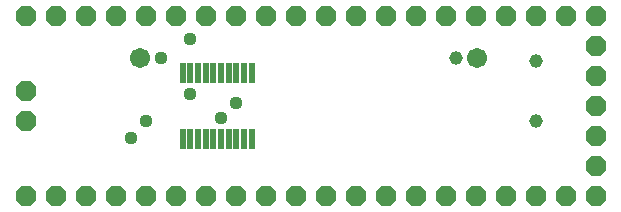
<source format=gbr>
G04 EAGLE Gerber RS-274X export*
G75*
%MOMM*%
%FSLAX34Y34*%
%LPD*%
%INSoldermask Top*%
%IPPOS*%
%AMOC8*
5,1,8,0,0,1.08239X$1,22.5*%
G01*
%ADD10R,0.503200X1.803200*%
%ADD11P,1.852186X8X112.500000*%
%ADD12P,1.852186X8X22.500000*%
%ADD13P,1.852186X8X202.500000*%
%ADD14C,1.703200*%
%ADD15C,1.109600*%
%ADD16C,1.159600*%


D10*
X145600Y60650D03*
X152100Y60650D03*
X158600Y60650D03*
X165100Y60650D03*
X171600Y60650D03*
X178100Y60650D03*
X184600Y60650D03*
X191100Y60650D03*
X197600Y60650D03*
X204100Y60650D03*
X145600Y116650D03*
X152100Y116650D03*
X158600Y116650D03*
X165100Y116650D03*
X171600Y116650D03*
X178100Y116650D03*
X184600Y116650D03*
X191100Y116650D03*
X197600Y116650D03*
X204100Y116650D03*
D11*
X495300Y38100D03*
X495300Y63500D03*
X495300Y88900D03*
X495300Y114300D03*
X495300Y139700D03*
D12*
X12700Y76200D03*
X12700Y101600D03*
X12700Y12700D03*
X38100Y12700D03*
X63500Y12700D03*
X88900Y12700D03*
X114300Y12700D03*
X139700Y12700D03*
X165100Y12700D03*
X190500Y12700D03*
X215900Y12700D03*
X241300Y12700D03*
X266700Y12700D03*
X292100Y12700D03*
X317500Y12700D03*
X342900Y12700D03*
X368300Y12700D03*
X393700Y12700D03*
X419100Y12700D03*
X444500Y12700D03*
X469900Y12700D03*
X495300Y12700D03*
D13*
X495300Y165100D03*
X469900Y165100D03*
X444500Y165100D03*
X419100Y165100D03*
X393700Y165100D03*
X368300Y165100D03*
X342900Y165100D03*
X317500Y165100D03*
X292100Y165100D03*
X266700Y165100D03*
X241300Y165100D03*
X215900Y165100D03*
X190500Y165100D03*
X165100Y165100D03*
X139700Y165100D03*
X114300Y165100D03*
X88900Y165100D03*
X63500Y165100D03*
X38100Y165100D03*
X12700Y165100D03*
D14*
X394970Y129540D03*
X109220Y129540D03*
D15*
X151580Y99060D03*
D16*
X444500Y127000D03*
X444500Y76200D03*
D15*
X152100Y146050D03*
X177800Y78740D03*
X101600Y62230D03*
X191100Y91440D03*
X114300Y76200D03*
X127000Y129540D03*
D16*
X377190Y129540D03*
M02*

</source>
